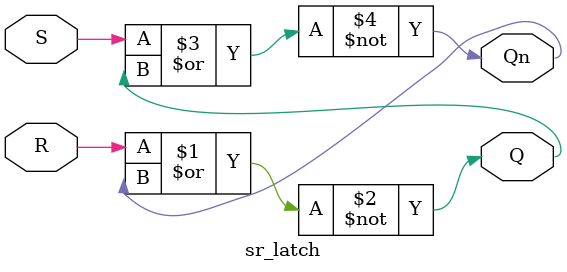
<source format=v>
module sr_latch(input S, input R, output Q, output Qn);

nor n1(Q, R, Qn);
nor n2(Qn, S, Q);


endmodule
</source>
